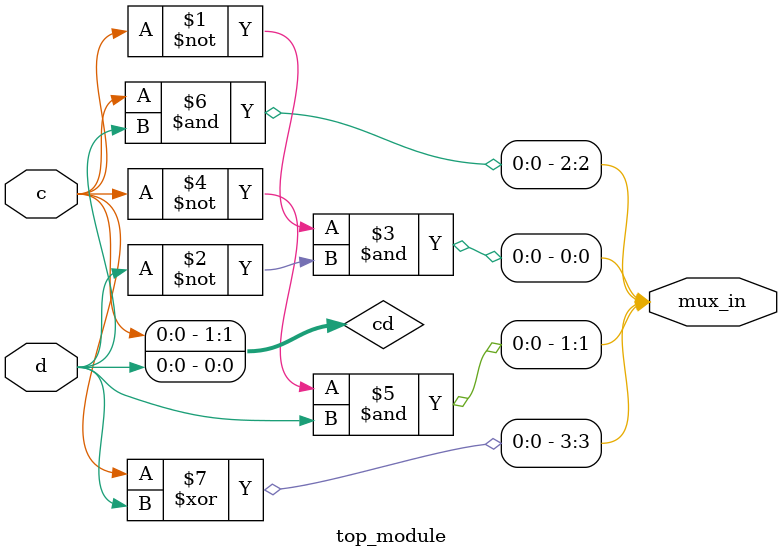
<source format=sv>
module top_module (
    input c,
    input d,
    output [3:0] mux_in
);

wire [1:0] cd = {c, d};

assign mux_in[0] = ~cd[1] & ~cd[0];
assign mux_in[1] = ~cd[1] &  cd[0];
assign mux_in[2] =  cd[1] &  cd[0];
assign mux_in[3] =  cd[1] ^ cd[0];

endmodule

</source>
